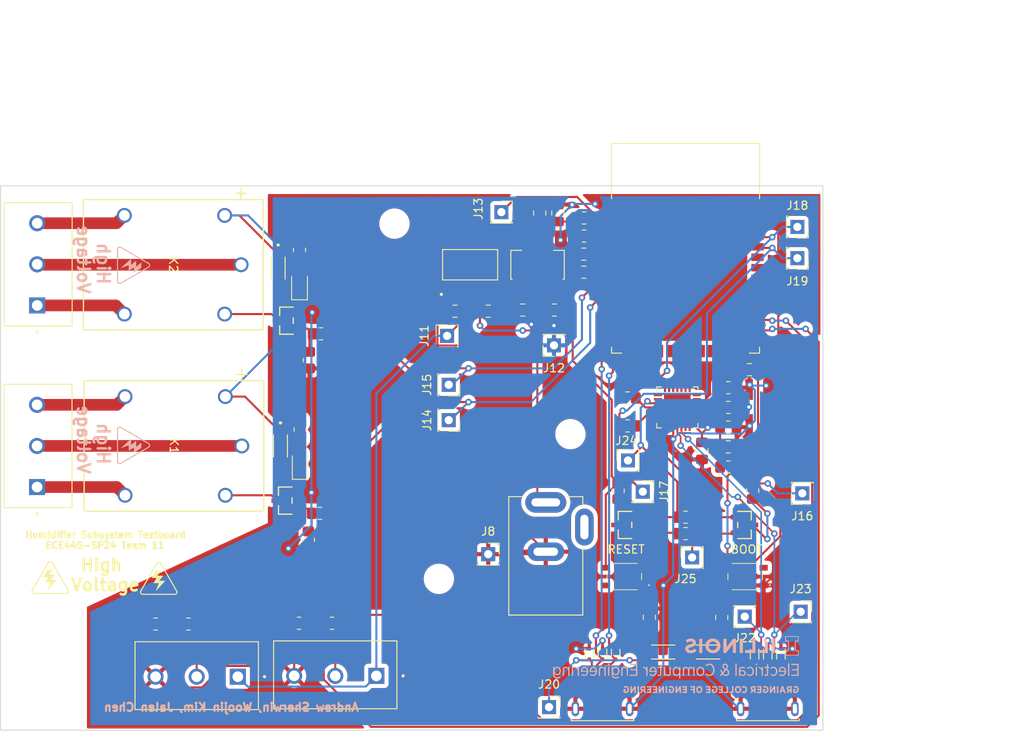
<source format=kicad_pcb>
(kicad_pcb (version 20221018) (generator pcbnew)
  (layers (0 "F.Cu" signal) (31 "B.Cu" signal) (34 "B.Paste" user) (35 "F.Paste" user) (36 "B.SilkS" user "B.Silkscreen") (37 "F.SilkS" user "F.Silkscreen") (38 "B.Mask" user) (39 "F.Mask" user) (44 "Edge.Cuts" user))
  (net 0 "")
  (net 1 "+12V")
  (net 2 "GND")
  (net 3 "+3.3V")
  (net 4 "Net-(C6-Pad1)")
  (net 5 "Net-(C7-Pad1)")
  (net 6 "Net-(U4-VBUS)")
  (net 7 "CHIP_PU")
  (net 8 "IO0")
  (net 9 "USB_DP")
  (net 10 "USB_DN")
  (net 11 "IO20")
  (net 12 "IO19")
  (net 13 "VBUS")
  (net 17 "Net-(U4-~{RST})")
  (net 18 "Net-(U4-~{SUSPEND})")
  (net 19 "Net-(U4-TXD)")
  (net 20 "U0RXD")
  (net 21 "Net-(U4-RXD)")
  (net 22 "U0TXD")
  (net 23 "DTR")
  (net 24 "Net-(U5-BASE)")
  (net 25 "RTS")
  (net 26 "Net-(U6-BASE)")
  (net 27 "Net-(U5-COLLECTOR)")
  (net 28 "Net-(U6-COLLECTOR)")
  (net 29 "ESP_3V3")
  (net 45 "+5V")
  (net 46 "Net-(D10-K)")
  (net 53 "Net-(D10-A)")
  (net 54 "Net-(D12-K)")
  (net 79 "Net-(D12-A)")
  (net 80 "Net-(J4-Pin_2)")
  (net 81 "Net-(J5-Pin_2)")
  (net 82 "Fan_B")
  (net 83 "COM_Main")
  (net 84 "Fan_A")
  (net 85 "Fan_B_DC")
  (net 86 "COM_Main_DC")
  (net 87 "Fan_A_DC")
  (net 88 "Relay_Signal_ACDC")
  (net 89 "Net-(U7-BASE)")
  (net 90 "Net-(U1-IO35)")
  (net 91 "Net-(U1-IO36)")
  (net 92 "Net-(U10-BASE)")
  (net 94 "unconnected-(U1-IO9-Pad17)")
  (net 95 "Relay_Signal_DCDC")
  (footprint "ECE445:1935174" (layer "F.Cu") (at 91.9 115.15 180)
    (fp_text reference "J4" hide)
    (fp_text value "Water Level Sensor")
  )
  (footprint "Resistor_SMD:R_0805_2012Metric_Pad1.20x1.40mm_HandSolder" (layer "F.Cu") (at 119.95 89 180)
    (fp_text reference "R7" hide)
    (fp_text value "0" hide)
  )
  (footprint "Connector_PinSocket_2.54mm:PinSocket_1x01_P2.54mm_Vertical" (layer "F.Cu") (at 140.6 68.6 -90)
    (fp_text reference "J19")
    (fp_text value "Conn_01x01" hide)
  )
  (footprint "ECE445:SOT-23_ONS" (layer "F.Cu") (at 119.6348 101.0475 90)
    (fp_text reference "U5" hide)
    (fp_text value "L8050QLT1G" hide)
  )
  (footprint "Capacitor_SMD:C_0805_2012Metric_Pad1.18x1.45mm_HandSolder" (layer "F.Cu") (at 129 92.0375 -90)
    (fp_text reference "C8" hide)
    (fp_text value "10uF" hide)
  )
  (footprint "Resistor_SMD:R_0805_2012Metric_Pad1.20x1.40mm_HandSolder" (layer "F.Cu") (at 132.2 89.15 180)
    (fp_text reference "R6" hide)
    (fp_text value "47500" hide)
  )
  (footprint "Connector_PinSocket_2.54mm:PinSocket_1x01_P2.54mm_Vertical" (layer "F.Cu") (at 127.8 105 90)
    (fp_text reference "J25")
    (fp_text value "Conn_01x01" hide)
  )
  (footprint "ECE445:SOT-23_ONS" (layer "F.Cu") (at 134.1652 101.0475 -90)
    (fp_text reference "U6" hide)
    (fp_text value "L8050QLT1G" hide)
  )
  (footprint "ECE445:1935174" (layer "F.Cu") (at 75.0475 115.25 180)
    (fp_text reference "J5" hide)
    (fp_text value "Water Level Sensor")
  )
  (footprint "ECE445:1N4148W-13-F" (layer "F.Cu") (at 77.450002 69.8 -90)
    (fp_text reference "D11" hide)
    (fp_text value "1N4148W-13-F" hide)
  )
  (footprint "ECE445:LDL1117S50R" (layer "F.Cu") (at 100.8 69.4)
    (fp_text reference "U3" hide)
    (fp_text value "LDL1117S50R" hide)
  )
  (footprint "Resistor_SMD:R_0805_2012Metric_Pad1.20x1.40mm_HandSolder" (layer "F.Cu") (at 114.665 63.71 180)
    (fp_text reference "R13" hide)
    (fp_text value "0" hide)
  )
  (footprint "ECE445:PTS815 SJG 250 SMTR LFS" (layer "F.Cu") (at 134.25 107.325 180)
    (fp_text reference "S1" hide)
    (fp_text value "PTS815_SJG_250_SMTR_LFS" hide)
  )
  (footprint "Capacitor_SMD:C_0805_2012Metric_Pad1.18x1.45mm_HandSolder" (layer "F.Cu") (at 111.04 74.91)
    (fp_text reference "C1" hide)
    (fp_text value "1uF" hide)
  )
  (footprint "Resistor_SMD:R_0805_2012Metric_Pad1.20x1.40mm_HandSolder" (layer "F.Cu") (at 81.132654 102.835001 -90)
    (fp_text reference "R1" hide)
    (fp_text value "10000" hide)
  )
  (footprint "Capacitor_SMD:C_0805_2012Metric_Pad1.18x1.45mm_HandSolder" (layer "F.Cu") (at 114.6275 68.11 180)
    (fp_text reference "C10" hide)
    (fp_text value "1uF" hide)
  )
  (footprint "Capacitor_SMD:C_0805_2012Metric_Pad1.18x1.45mm_HandSolder" (layer "F.Cu") (at 107.2025 74.91 180)
    (fp_text reference "C2" hide)
    (fp_text value "4.7uF" hide)
  )
  (footprint "ECE445:LESD5D5_0CT1G" (layer "F.Cu") (at 138.6 116.76 -90)
    (fp_text reference "D1" hide)
    (fp_text value "LESD5D5.0CT1G" hide)
  )
  (footprint "Resistor_SMD:R_0805_2012Metric_Pad1.20x1.40mm_HandSolder" (layer "F.Cu") (at 62.5475 113.1 180)
    (fp_text reference "R18" hide)
    (fp_text value "200" hide)
  )
  (footprint "ECE445:ElectricalHazard" (layer "F.Cu") (at 49.8 107.5)
    (fp_text reference "G***" hide)
    (fp_text value "LOGO" hide)
  )
  (footprint "Resistor_SMD:R_0805_2012Metric_Pad1.20x1.40mm_HandSolder" (layer "F.Cu") (at 132.2 86.75 180)
    (fp_text reference "R3" hide)
    (fp_text value "1000" hide)
  )
  (footprint "ECE445:PTS815 SJG 250 SMTR LFS" (layer "F.Cu") (at 119.55 107.325 180)
    (fp_text reference "S2" hide)
    (fp_text value "PTS815_SJG_250_SMTR_LFS" hide)
  )
  (footprint "Connector_PinSocket_2.54mm:PinSocket_1x01_P2.54mm_Vertical" (layer "F.Cu") (at 110.4 123.2)
    (fp_text reference "J20")
    (fp_text value "Conn_01x01" hide)
  )
  (footprint "ECE445:G5LE-1 DC3" (layer "F.Cu") (at 56.532653 91.435 -90)
    (fp_text reference "K1")
    (fp_text value "G5LE-14 DC3")
  )
  (footprint "ECE445:ESP32-S3-WROOM-1-N8-SnapEDA" (layer "F.Cu") (at 127 67.4)
    (fp_text reference "U1" hide)
    (fp_text value "ESP32-S3-WROOM-1-N8" hide)
  )
  (footprint "Resistor_SMD:R_0805_2012Metric_Pad1.20x1.40mm_HandSolder" (layer "F.Cu") (at 127 100.1)
    (fp_text reference "R10" hide)
    (fp_text value "10000" hide)
  )
  (footprint "Capacitor_SMD:C_0805_2012Metric_Pad1.18x1.45mm_HandSolder" (layer "F.Cu") (at 109.265 63.11 90)
    (fp_text reference "C4" hide)
    (fp_text value "10uF" hide)
  )
  (footprint "Diode_SMD:D_0805_2012Metric_Pad1.15x1.40mm_HandSolder" (layer "F.Cu") (at 80.132654 93.635001 90)
    (fp_text reference "D10" hide)
    (fp_text value "LED" hide)
  )
  (footprint "ECE445:PJ-202AH" (layer "F.Cu") (at 110 104.8 -90)
    (fp_text reference "J1" hide)
    (fp_text value "PJ-202AH" hide)
  )
  (footprint "Resistor_SMD:R_0805_2012Metric_Pad1.20x1.40mm_HandSolder" (layer "F.Cu") (at 118.8 96.895 90)
    (fp_text reference "R11" hide)
    (fp_text value "0" hide)
  )
  (footprint "ECE445:LESD5D5_0CT1G" (layer "F.Cu") (at 118.5 116.76 -90)
    (fp_text reference "D3" hide)
    (fp_text value "LESD5D5.0CT1G" hide)
  )
  (footprint "Connector_PinSocket_2.54mm:PinSocket_1x01_P2.54mm_Vertical" (layer "F.Cu") (at 141.2 97.2 180)
    (fp_text reference "J16")
    (fp_text value "Conn_01x01" hide)
  )
  (footprint "ECE445:10118193-0001LF" (layer "F.Cu") (at 137 123.4)
    (fp_text reference "J2" hide)
    (fp_text value "10118193-0001LF" hide)
  )
  (footprint "ECE445:LDL1117S33R-SnapEDA" (layer "F.Cu") (at 109 69.4 90)
    (fp_text reference "U2" hide)
    (fp_text value "LDL1117S33R-SnapEDA" hide)
  )
  (footprint "ECE445:ElectricalHazard" (layer "F.Cu") (at 63 107.6)
    (fp_text reference "G***" hide)
    (fp_text value "LOGO" hide)
  )
  (footprint "ECE445:LESD5D5_0CT1G" (layer "F.Cu") (at 116.9 116.74 -90)
    (fp_text reference "D4" hide)
    (fp_text value "LESD5D5.0CT1G" hide)
  )
  (footprint "Capacitor_SMD:C_0805_2012Metric_Pad1.18x1.45mm_HandSolder" (layer "F.Cu") (at 114.6275 70.31 180)
    (fp_text reference "C12" hide)
    (fp_text value "0.1uF" hide)
  )
  (footprint "Resistor_SMD:R_0805_2012Metric_Pad1.20x1.40mm_HandSolder" (layer "F.Cu") (at 127 102.1 180)
    (fp_text reference "R9" hide)
    (fp_text value "10000" hide)
  )
  (footprint "Capacitor_SMD:C_0805_2012Metric_Pad1.18x1.45mm_HandSolder" (layer "F.Cu") (at 111.465 63.11 90)
    (fp_text reference "C5" hide)
    (fp_text value "0.1uF" hide)
  )
  (footprint "Resistor_SMD:R_0805_2012Metric_Pad1.20x1.40mm_HandSolder" (layer "F.Cu") (at 80.132654 89.435001 90)
    (fp_text reference "R19" hide)
    (fp_text value "1000" hide)
  )
  (footprint "ECE445:1N4148W-13-F" (layer "F.Cu") (at 77.732654 91.435001 -90)
    (fp_text reference "D9" hide)
    (fp_text value "1N4148W-13-F" hide)
  )
  (footprint "Resistor_SMD:R_0805_2012Metric_Pad1.20x1.40mm_HandSolder" (layer "F.Cu") (at 132.2 94 180)
    (fp_text reference "R5" hide)
    (fp_text value "22100" hide)
  )
  (footprint "Connector_PinSocket_2.54mm:PinSocket_1x01_P2.54mm_Vertical" (layer "F.Cu") (at 98.2 88.3 -90)
    (fp_text reference "J14")
    (fp_text value "Conn_01x01" hide)
  )
  (footprint "Resistor_SMD:R_0805_2012Metric_Pad1.20x1.40mm_HandSolder" (layer "F.Cu") (at 80 113 180)
    (fp_text reference "R17" hide)
    (fp_text value "200" hide)
  )
  (footprint "Resistor_SMD:R_0805_2012Metric_Pad1.20x1.40mm_HandSolder" (layer "F.Cu") (at 66.5475 113.1)
    (fp_text reference "R16" hide)
    (fp_text value "100" hide)
  )
  (footprint "Connector_PinSocket_2.54mm:PinSocket_1x01_P2.54mm_Vertical" (layer "F.Cu") (at 103 104.6)
    (fp_text reference "J8")
    (fp_text value "GND Test Probe" hide)
  )
  (footprint "Capacitor_SMD:C_0805_2012Metric_Pad1.18x1.45mm_HandSolder" (layer "F.Cu") (at 103 75.05)
    (fp_text reference "C3" hide)
    (fp_text value "1uF" hide)
  )
  (footprint "Capacitor_SMD:C_0805_2012Metric_Pad1.18x1.45mm_HandSolder" (layer "F.Cu") (at 98.9625 75.05 180)
    (fp_text reference "C13" hide)
    (fp_text value "4.7uF" hide)
  )
  (footprint "Connector_PinSocket_2.54mm:PinSocket_1x01_P2.54mm_Vertical" (layer "F.Cu") (at 134.2 112.2 180)
    (fp_text reference "J22")
    (fp_text value "Conn_01x01" hide)
  )
  (footprint "MountingHole:MountingHole_3.2mm_M3" (layer "F.Cu") (at 97 107.6)
    (fp_text reference "H4" hide)
    (fp_text value "MountingHole" hide)
  )
  (footprint "ECE445:CP2102N-A02-GQFN28" (layer "F.Cu") (at 126 86.75 90)
    (fp_text reference "U4" hide)
    (fp_text value "CP2102N-A02-GQFN28" hide)
  )
  (footprint "ECE445:10118193-0001LF" (layer "F.Cu") (at 116.9 123.4)
    (fp_text reference "J3" hide)
    (fp_text value "10118193-0001LF" hide)
  )
  (footprint "ECE445:MMBT2222LT1G" (layer "F.Cu") (at 78.466002 76.2 90)
    (fp_text reference "U10" hide)
    (fp_text value "MMBT2222LT1G" hide)
  )
  (footprint "Connector_PinSocket_2.54mm:PinSocket_1x01_P2.54mm_Vertical" (layer "F.Cu") (at 121.8 97)
    (fp_text reference "J17")
    (fp_text value "Conn_01x01" hide)
  )
  (footprint "ECE445:LESD5D5_0CT1G" (layer "F.Cu") (at 135.4 116.76 -90)
    (fp_text reference "D7" hide)
    (fp_text value "LESD5D5.0CT1G" hide)
  )
  (footprint "Connector_PinSocket_2.54mm:PinSocket_1x01_P2.54mm_Vertical" (layer "F.Cu") (at 98 78.05 90)
    (fp_text reference "J11")
    (fp_text value "Conn_01x01" hide)
  )
  (footprint "ECE445:MMBT2222LT1G" (layer "F.Cu") (at 78.316654 98.082501 90)
    (fp_text reference "U7" hide)
    (fp_text value "MMBT2222LT1G" hide)
  )
  (footprint "Diode_SMD:D_0805_2012Metric_Pad1.15x1.40mm_HandSolder" (layer "F.Cu") (at 80.050002 71.8 90)
    (fp_text reference "D12" hide)
    (fp_text value "LED" hide)
  )
  (footprint "ECE445:LESD5D5_0CT1G" (layer "F.Cu") (at 137 116.76 -90)
    (fp_text reference "D2" hide)
    (fp_text value "LESD5D5.0CT1G" hide)
  )
  (footprint "Resistor_SMD:R_0805_2012Metric_Pad1.20x1.40mm_HandSolder" (layer "F.Cu") (at 82.650002 77.8 180)
    (fp_text reference "R22" hide)
    (fp_text value "1000" hide)
  )
  (footprint "Resistor_SMD:R_0805_2012Metric_Pad1.20x1.40mm_HandSolder" (layer "F.Cu") (at 135.1652 96.876 90)
    (fp_text reference "R12" hide)
    (fp_text value "0" hide)
  )
  (footprint "Connector_PinSocket_2.54mm:PinSocket_1x01_P2.54mm_Vertical" (layer "F.Cu") (at 120 93.2 90)
    (fp_text reference "J24")
    (fp_text value "Conn_01x01" hide)
  )
  (footprint "ECE445:1N5819HW-7-F" (layer "F.Cu") (at 129.72 116.5 180)
    (fp_text reference "D6" hide)
    (fp_text value "1N5819HW-7-F" hide)
  )
  (footprint "Resistor_SMD:R_0805_2012Metric_Pad1.20x1.40mm_HandSolder" (layer "F.Cu") (at 84 113)
    (fp_text reference "R15" hide)
    (fp_text value "100" hide)
  )
  (footprint "Resistor_SMD:R_0805_2012Metric_Pad1.20x1.40mm_HandSolder" (layer "F.Cu") (at 80.050002 67.6 90)
    (fp_text reference "R24" hide)
    (fp_text value "1000" hide)
  )
  (footprint "Capacitor_SMD:C_0805_2012Metric_Pad1.18x1.45mm_HandSolder" (layer "F.Cu") (at 132.2 91.55)
    (fp_text reference "C9" hide)
    (fp_text value "1uF" hide)
  )
  (footprint "Resistor_SMD:R_0805_2012Metric_Pad1.20x1.40mm_HandSolder" (layer "F.Cu") (at 119.95 85.6 180)
    (fp_text reference "R8" hide)
    (fp_text value "0" hide)
  )
  (footprint "Resistor_SMD:R_0805_2012Metric_Pad1.20x1.40mm_HandSolder" (layer "F.Cu") (at 81.250002 81 -90)
    (fp_text reference "R23" hide)
    (fp_text value "10000" hide)
  )
  (footprint "ECE445:1935174" (layer "F.Cu") (at 52.382654 98.935001 90)
    (fp_text reference "J6" hide)
    (fp_text value "1935174" hide)
  )
  (footprint "ECE445:LESD5D5_0CT1G" (layer "F.Cu") (at 115.3 116.74 -90)
    (fp_text reference "D8" hide)
    (fp_text value "LESD5D5.0CT1G" hide)
  )
  (footprint "Connector_PinSocket_2.54mm:PinSocket_1x01_P2.54mm_Vertical" (layer "F.Cu") (at 104.6 63)
    (fp_text reference "J13")
    (fp_text value "Conn_01x01" hide)
  )
  (footprint "ECE445:1935174" (layer "F.Cu") (at 52.400002 76.8475 90)
    (fp_text reference "J7" hide)
    (fp_text value "1935174" hide)
  )
  (footprint "Capacitor_SMD:C_0805_2012Metric_Pad1.18x1.45mm_HandSolder" (layer "F.Cu") (at 122.6 112.2625 90)
    (fp_text reference "C7" hide)
    (fp_text value "10uF" hide)
  )
  (footprint "ECE445:1N5819HW-7-F" (layer "F.Cu") (at 124.28 116.5)
    (fp_text reference "D5" hide)
    (fp_text value "1N5819HW-7-F" hide)
  )
  (footprint "ECE445:G5LE-1 DC3" (layer "F.Cu") (at 56.450002 69.4 -90)
    (fp_text reference "K2")
    (fp_text value "G5LE-14 DC3")
  )
  (footprint "Resistor_SMD:R_0805_2012Metric_Pad1.20x1.40mm_HandSolder" (layer "F.Cu") (at 82.532654 99.635001 180)
    (fp_text reference "R2" hide)
    (fp_text value "1000" hide)
  )
  (footprint "Capacitor_SMD:C_0805_2012Metric_Pad1.18x1.45mm_HandSolder" (layer "F.Cu") (at 134.7775 82.16 180)
    (fp_text reference "C11" hide)
    (fp_text value "0.1uF" hide)
  )
  (footprint "Connector_PinSocket_2.54mm:PinSocket_1x01_P2.54mm_Vertical" (layer "F.Cu") (at 140.6 64.8 -90)
    (fp_text reference "J18")
    (fp_text value "Conn_01x01" hide)
  )
  (footprint "MountingHole:MountingHole_3.2mm_M3" (layer "F.Cu") (at 49.2 117)
    (fp_text reference "H2" hide)
    (fp_text value "MountingHole" hide)
  )
  (footprint "MountingHole:MountingHole_3.2mm_M3" (layer "F.Cu") (at 91.6 64.4)
    (fp_text reference "H1" hide)
    (fp_text value "MountingHole" hide)
  )
  (footprint "Connector_PinSocket_2.54mm:PinSocket_1x01_P2.54mm_Vertical" (layer "F.Cu") (at 98.2 84 -90)
    (fp_text reference "J15")
    (fp_text value "Conn_01x01" hide)
  )
  (footprint "Connector_PinSocket_2.54mm:PinSocket_1x01_P2.54mm_Vertical" (layer "F.Cu") (at 141 111.6)
    (fp_text reference "J23")
    (fp_text value "Conn_01x01" hide)
  )
  (footprint "Connector_PinSocket_2.54mm:PinSocket_1x01_P2.54mm_Vertical" (layer "F.Cu") (at 111 79.2 180)
    (fp_text reference "J12")
    (fp_text value "Conn_01x01" hide)
  )
  (footprint "MountingHole:MountingHole_3.2mm_M3" (layer "F.Cu") (at 113 90)
    (fp_text reference "H3" hide)
    (fp_text value "MountingHole" hide)
  )
  (footprint "Resistor_SMD:R_0805_2012Metric_Pad1.20x1.40mm_HandSolder" (layer "F.Cu") (at 132.2 84.35 180)
    (fp_text reference "R4" hide)
    (fp_text value "10000" hide)
  )
  (footprint "Resistor_SMD:R_0805_2012Metric_Pad1.20x1.40mm_HandSolder" (layer "F.Cu") (at 114.665 65.91)
    (fp_text reference "R14" hide)
    (fp_text value "10000" hide)
  )
  (footprint "Capacitor_SMD:C_0805_2012Metric_Pad1.18x1.45mm_HandSolder" (layer "F.Cu") (at 131.4 112.3 90)
    (fp_text reference "C6" hide)
    (fp_text value "10uF" hide)
  )
  (footprint "ECE445:ElectricalHazard" (layer "B.Cu") (at 59.8 69.4 90)
    (fp_text reference "G***" hide)
    (fp_text value "LOGO" hide)
  )
  (footprint "ECE445:IllinoisECENegative31mm" (layer "B.Cu") (at 125.8 118 180)
    (fp_text reference "" hide)
    (fp_text value "LOGO" hide)
  )
  (footprint "ECE445:ElectricalHazard" (layer "B.Cu") (at 59.8 91.3 90)
    (fp_text reference "G***" hide)
    (fp_text value "LOGO" hide)
  )
  (gr_rect (start 43.7 59.8) (end 143.7 126) (stroke (width 0.1)) (fill none) (layer "Edge.Cuts"))
  (gr_text "Andrew Sherwin, Woojin Kim, Jalen Chen" (at 87.4 123.8) (layer "B.SilkS") (effects (font (size 1 1) (thickness 0.25) bold) (justify left bottom mirror)))
  (gr_text " High\nVoltage" (at 52.9 95 -90) (layer "B.SilkS") (effects (font (size 1.5 1.5) (thickness 0.3) bold) (justify left bottom mirror)))
  (gr_text " High\nVoltage" (at 52.9 73.1 -90) (layer "B.SilkS") (effects (font (size 1.5 1.5) (thickness 0.3) bold) (justify left bottom mirror)))
  (gr_text " High\nVoltage" (at 52.1 109.2) (layer "F.SilkS") (effects (font (size 1.5 1.5) (thickness 0.3) bold) (justify left bottom)))
  (gr_text "Humidifier Subsystem Testboard\n    ECE445-SP24 Team 11" (at 46.6 104) (layer "F.SilkS") (effects (font (size 0.8 0.8) (thickness 0.2) bold) (justify left bottom)))
  (gr_text "BOOT" (at 132.4 104.6) (layer "F.SilkS") (effects (font (size 1 1)) (justify left bottom)))
  (gr_text "RESET" (at 117.4 104.6) (layer "F.SilkS") (effects (font (size 1 1)) (justify left bottom)))
  (segment (start 111.365 73.5475) (end 110.0025 74.91) (width 0.25) (layer "F.Cu") (net 1))
  (segment (start 111.365 72.54) (end 111.365 73.5475) (width 0.25) (layer "F.Cu") (net 1))
  (segment (start 102 75.0875) (end 101.9625 75.05) (width 0.25) (layer "F.Cu") (net 1))
  (segment (start 108.975 77.4) (end 107.2 77.4) (width 0.25) (layer "F.Cu") (net 1))
  (segment (start 101.9625 73.6875) (end 103.1 72.55) (width 0.25) (layer "F.Cu") (net 1))
  (segment (start 102 76.8) (end 102 75.0875) (width 0.25) (layer "F.Cu") (net 1))
  (segment (start 108.975 77.4) (end 108.975 97.275) (width 0.25) (layer "F.Cu") (net 1))
  (segment (start 110.0025 74.91) (end 108.975 75.9375) (width 0.25) (layer "F.Cu") (net 1))
  (segment (start 101.9625 75.05) (end 101.9625 73.6875) (width 0.25) (layer "F.Cu") (net 1))
  (segment (start 108.975 75.9375) (end 108.975 77.4) (width 0.25) (layer "F.Cu") (net 1))
  (segment (start 108.975 97.275) (end 110 98.3) (width 0.25) (layer "F.Cu") (net 1))
  (via (at 107.2 77.4) (size 0.8) (drill 0.4) (layers "F.Cu" "B.Cu") (net 1))
  (via (at 102 76.8) (size 0.8) (drill 0.4) (layers "F.Cu" "B.Cu") (net 1))
  (segment (start 107.2 77.4) (end 102.6 77.4) (width 0.25) (layer "B.Cu") (net 1))
  (segment (start 102.6 77.4) (end 102 76.8) (width 0.25) (layer "B.Cu") (net 1))
  (segment (start 138.275 82.625) (end 136.8 84.1) (width 0.25) (layer "F.Cu") (net 2))
  (segment (start 138.975 105.925) (end 138.975 86.275) (width 0.25) (layer "F.Cu") (net 2))
  (segment (start 120.1 121.4) (end 118.1 123.4) (width 0.25) (layer "F.Cu") (net 2))
  (segment (start 125.415 70.06) (end 126.815 71.46) (width 0.25) (layer "F.Cu") (net 2))
  (segment (start 125.897537 71.885) (end 126.332463 71.885) (width 0.25) (layer "F.Cu") (net 2))
  (segment (start 113.59 70.31) (end 112.8 71.1) (width 0.25) (layer "F.Cu") (net 2))
  (segment (start 125.5 91.525305) (end 125.5 90.6) (width 0.25) (layer "F.Cu") (net 2))
  (segment (start 103 104.6) (end 109.7 104.6) (width 0.25) (layer "F.Cu") (net 2))
  (segment (start 109.7 104.6) (end 110 104.3) (width 0.25) (layer "F.Cu") (net 2))
  (segment (start 109.265 62.0725) (end 111.465 62.0725) (width 0.25) (layer "F.Cu") (net 2))
  (segment (start 106.765 64.5725) (end 106.765 72.54) (width 0.25) (layer "F.Cu") (net 2))
  (segment (start 113.7 119.25) (end 113.7 120.95) (width 0.25) (layer "F.Cu") (net 2))
  (segment (start 123.49 69.477463) (end 123.972537 69.96) (width 0.25) (layer "F.Cu") (net 2))
  (segment (start 118.1 123.4) (end 120.2 123.4) (width 0.25) (layer "F.Cu") (net 2))
  (segment (start 70.8 118.2) (end 68.2 120.8) (width 0.25) (layer "F.Cu") (net 2))
  (segment (start 113.7 120.95) (end 113.7 123.3) (width 0.25) (layer "F.Cu") (net 2))
  (segment (start 134.8 83.22) (end 133.74 82.16) (width 0.25) (layer "F.Cu") (net 2))
  (segment (start 125.415 71.46) (end 125.415 70.06) (width 0.25) (layer "F.Cu") (net 2))
  (segment (start 97.925 73.125) (end 98.5 72.55) (width 0.25) (layer "F.Cu") (net 2))
  (segment (start 126.297463 68) (end 126.815 68.517537) (width 0.25) (layer "F.Cu") (net 2))
  (segment (start 124.015 67.09) (end 124.015 68.56) (width 0.25) (layer "F.Cu") (net 2))
  (segment (start 127.34 70.442537) (end 126.857463 69.96) (width 0.25) (layer "F.Cu") (net 2))
  (segment (start 112.8 71.1) (end 112.8 74.1875) (width 0.25) (layer "F.Cu") (net 2))
  (segment (start 124.015 70.06) (end 125.415 70.06) (width 0.25) (layer "F.Cu") (net 2))
  (segment (start 97.925 75.05) (end 97.925 73.125) (width 0.25) (layer "F.Cu") (net 2))
  (segment (start 133.7 123.4) (end 135.8 123.4) (width 0.25) (layer "F.Cu") (net 2))
  (segment (start 129 93.075) (end 127.049695 93.075) (width 0.25) (layer "F.Cu") (net 2))
  (segment (start 116 62) (end 118.11 62) (width 0.25) (layer "F.Cu") (net 2))
  (segment (start 124.015 68.56) (end 124.015 68.517537) (width 0.25) (layer "F.Cu") (net 2))
  (segment (start 125.415 71.36) (end 125.415 71.402463) (width 0.25) (layer "F.Cu") (net 2))
  (segment (start 119.165 62.24) (end 124.015 67.09) (width 0.25) (layer "F.Cu") (net 2))
  (segment (start 61.5475 118.5) (end 62.5475 119.5) (width 0.25) (layer "F.Cu") (net 2))
  (segment (start 140.2 121.4) (end 138.2 123.4) (width 0.25) (layer "F.Cu") (net 2))
  (segment (start 140 114.8) (end 140 116.1) (width 0.25) (layer "F.Cu") (net 2))
  (segment (start 124.015 68.56) (end 123.972537 68.56) (width 0.25) (layer "F.Cu") (net 2))
  (segment (start 81.5525 75.2475) (end 81.6 75.2) (width 0.25) (layer "F.Cu") (net 2))
  (segment (start 138.975 86.275) (end 136.8 84.1) (width 0.25) (layer "F.Cu") (net 2))
  (segment (start 104.1775 74.91) (end 104.0375 75.05) (width 0.25) (layer "F.Cu") (net 2))
  (segment (start 118.2 120.725) (end 119.875 120.725) (width 0.25) (layer "F.Cu") (net 2))
  (segment (start 113.7 116.1) (end 115.28 116.1) (width 0.25) (layer "F.Cu") (net 2))
  (segment (start 126.332463 71.885) (end 126.815 71.402463) (width 0.25) (layer "F.Cu") (net 2))
  (segment (start 133.8 120.95) (end 133.8 121.4) (width 0.25) (layer "F.Cu") (net 2))
  (segment (start 125.5 87.25) (end 126 86.75) (width 0.25) (layer "F.Cu") (net 2))
  (segment (start 125.415 68.517537) (end 125.932537 68) (width 0.25) (layer "F.Cu") (net 2))
  (segment (start 113.59 70.31) (end 113.59 68.11) (width 0.25) (layer "F.Cu") (net 2))
  (segment (start 123.49 70.442537) (end 123.49 70.877463) (width 0.25) (layer "F.Cu") (net 2))
  (segment (start 134.65 89.15) (end 134.8 89) (width 0.25) (layer "F.Cu") (net 2))
  (segment (start 125.415 68.66) (end 125.415 70.06) (width 0.25) (layer "F.Cu") (net 2))
  (segment (start 124.015 71.36) (end 124.015 71.402463) (width 0.25) (layer "F.Cu") (net 2))
  (segment (start 127.049695 93.075) (end 125.5 91.525305) (width 0.25) (layer "F.Cu") (net 2))
  (segment (start 78.2 118.2) (end 70.8 118.2) (width 0.25) (layer "F.Cu") (net 2))
  (segment (start 126.815 70.06) (end 125.415 70.06) (width 0.25) (layer "F.Cu") (net 2))
  (segment (start 124.015 69.96) (end 123.972537 69.96) (width 0.25) (layer "F.Cu") (net 2))
  (segment (start 138.3 120.725) (end 139.975 120.725) (width 0.25) (layer "F.Cu") (net 2))
  (segment (start 110 115.55) (end 113.7 119.25) (width 0.25) (layer "F.Cu") (net 2))
  (segment (start 133.74 83.81) (end 133.2 84.35) (width 0.25) (layer "F.Cu") (net 2))
  (segment (start 96.825 79.225) (end 96.825 76.15) (width 0.25) (layer "F.Cu") (net 2))
  (segment (start 124.497537 71.885) (end 124.932463 71.885) (width 0.25) (layer "F.Cu") (net 2))
  (segment (start 125.415 71.402463) (end 125.897537 71.885) (width 0.25) (layer "F.Cu") (net 2))
  (segment (start 111.4925 62.1) (end 111.465 62.0725) (width 0.25) (layer "F.Cu") (net 2))
  (segment (start 125.415 70.06) (end 124.015 68.66) (width 0.25) (layer "F.Cu") (net 2))
  (segment (start 133.2375 90.5625) (end 134.8 89) (width 0.25) (layer "F.Cu") (net 2))
  (segment (start 126.815 69.96) (end 126.857463 69.96) (width 0.25) (layer "F.Cu") (net 2))
  (segment (start 124.015 71.402463) (end 124.497537 71.885) (width 0.25) (layer "F.Cu") (net 2))
  (segment (start 96.825 76.15) (end 97.925 75.05) (width 0.25) (layer "F.Cu") (net 2))
  (segment (start 100.600305 79.225) (end 96.825 79.225) (width 0.25) (layer "F.Cu") (net 2))
  (segment (start 123.972537 69.96) (end 123.49 70.442537) (width 0.25) (layer "F.Cu") (net 2))
  (segment (start 115.7 123.4) (end 118.1 123.4) (width 0.25) (layer "F.Cu") (net 2))
  (segment (start 135.665 62.34) (end 136.665 62.34) (width 0.25) (layer "F.Cu") (net 2))
  (segment (start 124.3 108.4) (end 121.8 108.4) (width 0.25) (layer "F.Cu") (net 2))
  (segment (start 106.165 74.91) (end 104.1775 74.91) (width 0.25) (layer "F.Cu") (net 2))
  (segment (start 133.8 121.4) (end 135.8 123.4) (width 0.25) (layer "F.Cu") (net 2))
  (segment (start 106.165 100.465) (end 110 104.3) (width 0.25) (layer "F.Cu") (net 2))
  (segment (start 119.875 120.725) (end 120.1 120.95) (width 0.25) (layer "F.Cu") (net 2))
  (segment (start 112.2375 76.6375) (end 112.2 76.6) (width 0.25) (layer "F.Cu") (net 2))
  (segment (start 79.332654 97.130001) (end 81.469999 97.130001) (width 0.25) (layer "F.Cu") (net 2))
  (segment (start 104.0375 75.05) (end 104.0375 75.787805) (width 0.25) (layer "F.Cu") (net 2))
  (segment (start 139.975 120.725) (end 140.2 120.95) (width 0.25) (layer "F.Cu") (net 2))
  (segment (start 118.165 62.24) (end 119.165 62.24) (width 0.25) (layer "F.Cu") (net 2))
  (segment (start 106.165 74.91) (end 106.165 100.465) (width 0.25) (layer "F.Cu") (net 2))
  (segment (start 136.665 62.34) (end 138.275 63.95) (width 0.25) (layer "F.Cu") (net 2))
  (segment (start 125.5 89.11) (end 125.5 87.25) (width 0.25) (layer "F.Cu") (net 2))
  (segment (start 140.2 116.3) (end 140.2 120.95) (width 0.25) (layer "F.Cu") (net 2))
  (segment (start 127.34 69.477463) (end 127.34 69.042537) (width 0.25) (layer "F.Cu") (net 2))
  (segment (start 123.972537 68.56) (end 123.49 69.042537) (width 0.25) (layer "F.Cu") (net 2))
  (segment (start 104.0375 75.787805) (end 100.600305 79.225) (width 0.25) (layer "F.Cu") (net 2))
  (segment (start 113.6 123.4) (end 115.7 123.4) (width 0.25) (layer "F.Cu") (net 2))
  (segment (start 112.8 74.1875) (end 112.0775 74.91) (width 0.25) (layer "F.Cu") (net 2))
  (segment (start 135.8 123.4) (end 138.2 123.4) (width 0.25) (layer "F.Cu") (net 2))
  (segment (start 79.4 119.4) (end 78.2 118.2) (width 0.25) (layer "F.Cu") (net 2))
  (segment (start 133.135 62.34) (end 126.815 68.66) (width 0.25) (layer "F.Cu") (net 2))
  (segment (start 138.2 123.4) (end 140.3 123.4) (width 0.25) (layer "F.Cu") (net 2))
  (segment (start 135.665 62.34) (end 133.135 62.34) (width 0.25) (layer "F.Cu") (net 2))
  (segment (start 79.4 119.4) (end 79.4 113.4) (width 0.25) (layer "F.Cu") (net 2))
  (segment (start 124.932463 71.885) (end 125.415 71.402463) (width 0.25) (layer "F.Cu") (net 2))
  (segment (start 138.6 116.1) (end 140 116.1) (width 0.25) (layer "F.Cu") (net 2))
  (segment (start 127.34 69.042537) (end 126.857463 68.56) (width 0.25) (layer "F.Cu") (net 2))
  (segment (start 109.265 62.0725) (end 106.765 64.5725) (width 0.25) (layer "F.Cu") (net 2))
  (segment (start 79.4 113.4) (end 79 113) (width 0.25) (layer "F.Cu") (net 2))
  (segment (start 118.11 62) (end 118.25 62.14) (width 0.25) (layer "F.Cu") (net 2))
  (segment (start 127.34 70.877463) (end 127.34 70.442537) (width 0.25) (layer "F.Cu") (net 2))
  (segment (start 78.764999 103.835001) (end 78.7 103.9) (width 0.25) (layer "F.Cu") (net 2))
  (segment (start 120.1 120.95) (end 120.1 123.3) (width 0.25) (layer "F.Cu") (net 2))
  (segment (start 68.2 120.8) (end 63.8475 120.8) (width 0.25) (layer "F.Cu") (net 2))
  (segment (start 63.8475 120.8) (end 62.5475 119.5) (width 0.25) (layer "F.Cu") (net 2))
  (segment (start 133.2 89.15) (end 134.65 89.15) (width 0.25) (layer "F.Cu") (net 2))
  (segment (start 123.49 69.042537) (end 123.49 69.477463) (width 0.25) (layer "F.Cu") (net 2))
  (segment (start 122.6 109.2) (end 121.8 108.4) (width 0.25) (layer "F.Cu") (net 2))
  (segment (start 126.857463 71.36) (end 127.34 70.877463) (width 0.25) (layer "F.Cu") (net 2))
  (segment (start 123.49 70.877463) (end 123.972537 71.36) (width 0.25) (layer "F.Cu") (net 2))
  (segment (start 138.975 113.775) (end 140 114.8) (width 0.25) (layer "F.Cu") (net 2))
  (segment (start 120.1 120.95) (end 120.1 121.4) (width 0.25) (layer "F.Cu") (net 2))
  (segment (start 126.815 71.402463) (end 126.815 71.36) (width 0.25) (layer "F.Cu") (net 2))
  (segment (start 113.59 68.11) (end 113.51 68.11) (width 0.25) (layer "F.Cu") (net 2))
  (segment (start 124.015 71.46) (end 125.415 70.06) (width 0.25) (layer "F.Cu") (net 2))
  (segment (start 133.8 120.95) (end 133.8 123.3) (width 0.25) (layer "F.Cu") (net 2))
  (segment (start 133.2375 91.55) (end 133.2375 90.5625) (width 0.25) (layer "F.Cu") (net 2))
  (segment (start 134.8 84) (end 134.8 83.22) (width 0.25) (layer "F.Cu") (net 2))
  (segment (start 110 104.3) (end 110 115.55) (width 0.25) (layer "F.Cu") (net 2))
  (segment (start 136.5 108.4) (end 134.2625 108.4) (width 0.25) (layer "F.Cu") (net 2))
  (segment (start 124.932463 68.035) (end 125.415 68.517537) (width 0.25) (layer "F.Cu") (net 2))
  (segment (start 136.5 108.4) (end 138.975 105.925) (width 0.25) (layer "F.Cu") (net 2))
  (segment (start 126.857463 69.96) (end 127.34 69.477463) (width 0.25) (layer "F.Cu") (net 2))
  (segment (start 79.482002 75.2475) (end 81.5525 75.2475) (width 0.25) (layer "F.Cu") (net 2))
  (segment (start 106.165 74.91) (end 106.165 73.14) (width 0.25) (layer "F.Cu") (net 2))
  (segment (start 125.415 68.56) (end 125.415 68.517537) (width 0.25) (layer "F.Cu") (net 2))
  (segment (start 125.5 90.6) (end 125.5 89.11) (width 0.25) (layer "F.Cu") (net 2))
  (segment (start 126.815 68.517537) (end 126.815 68.56) (width 0.25) (layer "F.Cu") (net 2))
  (segment (start 126.857463 68.56) (end 126.815 68.56) (width 0.25) (layer "F.Cu") (net 2))
  (segment (start 125.932537 68) (end 126.297463 68) (width 0.25) (layer "F.Cu") (net 2))
  (segment (start 138.275 63.95) (end 138.275 82.625) (width 0.25) (layer "F.Cu") (net 2))
  (segment (start 81.132654 103.835001) (end 78.764999 103.835001) (width 0.25) (layer "F.Cu") (net 2))
  (segment (start 61.5475 113.1) (end 61.5475 118.5) (width 0.25) (layer "F.Cu") (net 2))
  (segment (start 113.7 121.4) (end 115.7 123.4) (width 0.25) (layer "F.Cu") (net 2))
  (segment (start 140.2 120.95) (end 140.2 121.4) (width 0.25) (layer "F.Cu") (net 2))
  (segment (start 124.497537 68.035) (end 124.932463 68.035) (width 0.25) (layer "F.Cu") (net 2))
  (segment (start 134.2625 108.4) (end 131.4 111.2625) (width 0.25) (layer "F.Cu") (net 2))
  (segment (start 140 116.1) (end 140.2 116.3) (width 0.25) (layer "F.Cu") (net 2))
  (segment (start 124.015 68.517537) (end 124.497537 68.035) (width 0.25) (layer "F.Cu") (net 2))
  (segment (start 113.7 120.95) (end 113.7 121.4) (width 0.25) (layer "F.Cu") (net 2))
  (segment (start 126.815 68.66) (end 125.415 70.06) (width 0.25) (layer "F.Cu") (net 2))
  (segment (start 140.2 120.95) (end 140.2 123.3) (width 0.25) (layer "F.Cu") (net 2))
  (segment (start 123.972537 71.36) (end 124.015 71.36) (width 0.25) (layer "F.Cu") (net 2))
  (segment (start 81.469999 97.130001) (end 81.5 97.1) (width 0.25) (layer "F.Cu") (net 2))
  (segment (start 122.6 111.225) (end 122.6 109.2) (width 0.25) (layer "F.Cu") (net 2))
  (segment (start 126.815 71.36) (end 126.857463 71.36) (width 0.25) (layer "F.Cu") (net 2))
  (segment (start 133.74 82.16) (end 133.74 83.81) (width 0.25) (layer "F.Cu") (net 2))
  (segment (start 106.165 73.14) (end 106.765 72.54) (width 0.25) (layer "F.Cu") (net 2))
  (segment (start 138.975 105.925) (end 138.975 113.775) (width 0.25) (layer "F.Cu") (net 2))
  (segment (start 113.51 68.11) (end 111.8 66.4) (width 0.25) (layer "F.Cu") (net 2))
  (segment (start 113.2 62.1) (end 111.4925 62.1) (width 0.25) (layer "F.Cu") (net 2))
  (via (at 134.8 89) (size 0.8) (drill 0.4) (layers "F.Cu" "B.Cu") (net 2))
  (via (at 81.6 75.2) (size 0.8) (drill 0.4) (layers "F.Cu" "B.Cu") (net 2))
  (via (at 140 116.1) (size 0.8) (drill 0.4) (layers "F.Cu" "B.Cu") (net 2))
  (via (at 113.7 116.1) (size 0.8) (drill 0.4) (layers "F.Cu" "B.Cu") (net 2))
  (via (at 81.5 97.1) (size 0.8) (drill 0.4) (layers "F.Cu" "B.Cu") (net 2))
  (via (at 78.7 103.9) (size 0.8) (drill 0.4) (layers "F.Cu" "B.Cu") (net 2))
  (via (at 113.2 62.1) (size 0.8) (drill 0.4) (layers "F.Cu" "B.Cu") (net 2))
  (via (at 124.3 108.4) (size 0.8) (drill 0.4) (layers "F.Cu" "B.Cu") (net 2))
  (via (at 116.9 115.1) (size 0.8) (drill 0.4) (layers "F.Cu" "B.Cu") (net 2))
  (via (at 111.8 66.4) (size 0.8) (drill 0.4) (layers "F.Cu" "B.Cu") (net 2))
  (via (at 116 62) (size 0.8) (drill 0.4) (layers "F.Cu" "B.Cu") (net 2))
  (via (at 137 115.1) (size 0.8) (drill 0.4) (layers "F.Cu" "B.Cu") (net 2))
  (via (at 134.8 84) (size 0.8) (drill 0.4) (layers "F.Cu" "B.Cu") (net 2))
  (via (at 136.8 84.1) (size 0.8) (drill 0.4) (layers "F.Cu" "B.Cu") (net 2))
  (via (at 125.5 90.6) (size 0.8) (drill 0.4) (layers "F.Cu" "B.Cu") (net 2))
  (segment (start 116.9 115.1) (end 115.9 116.1) (width 0.25) (layer "B.Cu") (net 2))
  (segment (start 115.9 116.1) (end 113.7 116.1) (width 0.25) (layer "B.Cu") (net 2))
  (segment (start 111.8 63.5) (end 113.2 62.1) (width 0.25) (layer "B.Cu") (net 2))
  (segment (start 126.225 89.875) (end 125.5 90.6) (width 0.25) (layer "B.Cu") (net 2))
  (segment (start 81.5 97.1) (end 81.5 75.3) (width 0.25) (layer "B.Cu") (net 2))
  (segment (start 138 116.1) (end 137 115.1) (width 0.25) (layer "B.Cu") (net 2))
  (segment (start 134.8 89) (end 133.875 89.925) (width 0.25) (layer "B.Cu") (net 2))
  (segment (start 133.875 89.925) (end 127.650305 89.925) (width 0.25) (layer "B.Cu") (net 2))
  (segment (start 136.8 84.1) (end 134.9 84.1) (width 0.25) (layer "B.Cu") (net 2))
  (segment (start 81.5 97.1) (end 81.5 101.1) (width 0.25) (layer "B.Cu") (net 2))
  (segment (start 134.8 89) (end 135.425 88.375) (width 0.25) (layer "B.Cu") (net 2))
  (segment (start 124.3 119.3) (end 124.3 108.4) (width 0.25) (layer "B.Cu") (net 2))
  (segment (start 135.425 84.625) (end 134.8 84) (width 0.25) (layer "B.Cu") (net 2))
  (segment (start 134.9 84.1) (end 134.8 84) (width 0.25) (layer "B.Cu") (net 2))
  (segment (start 125.5 90.6) (end 125.5 107.2) (width 0.25) (layer "B.Cu") (net 2))
  (segment (start 140 116.1) (end 138 116.1) (width 0.25) (layer "B.Cu") (net 2))
  (segment (start 113.2 62.1) (end 113.3 62) (width 0.25) (layer "B.Cu") (net 2))
  (segment (start 135.425 88.375) (end 135.425 84.625) (width 0.25) (layer "B.Cu") (net 2))
  (segment (start 133.7 123.4) (end 133.5 123.4) (width 0.25) (layer "B.Cu") (net 2))
  (segment (start 81.5 101.1) (end 78.7 103.9) (width 0.25) (layer "B.Cu") (net 2))
  (segment (start 113.3 62) (end 116 62) (width 0.25) (layer "B.Cu") (net 2))
  (segment (start 125.5 107.2) (end 124.3 108.4) (width 0.25) (layer "B.Cu") (net 2))
  (segment (start 129.4 119.3) (end 124.3 119.3) (width 0.25) (layer "B.Cu") (net 2))
  (segment (start 81.5 75.3) (end 81.6 75.2) (width 0.25) (layer "B.Cu") (net 2))
  (segment (start 124.3 119.3) (end 120.2 123.4) (width 0.25) (layer "B.Cu") (net 2))
  (segment (start 127.650305 89.925) (end 127.600305 89.875) (width 0.25) (layer "B.Cu") (net 2))
  (segment (start 127.600305 89.875) (end 126.225 89.875) (width 0.25) (layer "B.Cu") (net 2))
  (segment (start 111.8 66.4) (end 111.8 63.5) (width 0.25) (layer "B.Cu") (net 2))
  (segment (start 133.5 123.4) (end 129.4 119.3) (width 0.25) (layer "B.Cu") (net 2))
  (segment (start 108.25 74.92) (end 108.24 74.91) (width 0.25) (layer "F.Cu") (net 3))
  (segment (start 108.25 76.65) (end 108.25 74.92) (width 0.25) (layer "F.Cu") (net 3))
  (segment (start 109.065 64.3475) (end 109.265 64.1475) (width 0.25) (layer "F.Cu") (net 3))
  (segment (start 128.21 89.11) (end 129 89.9) (width 0.25) (layer "F.Cu") (net 3))
  (segment (start 72.730003 63.400001) (end 77.450002 68.12) (width 0.25) (layer "F.Cu") (net 3))
  (segment (start 109.065 66.51) (end 109.065 64.3475) (width 0.25) (layer "F.Cu") (net 3))
  (segment (start 109.065 72.54) (end 109.065 74.085) (width 0.25) (layer "F.Cu") (net 3))
  (segment (start 111.465 64.1475) (end 113.2275 64.1475) (width 0.25) (layer "F.Cu") (net 3))
  (segment (start 77.732654 89.755001) (end 79.052654 88.435001) (width 0.25) (layer "F.Cu") (net 3))
  (segment (start 111 76.8) (end 111 79.2) (width 0.25) (layer "F.Cu") (net 3))
  (segment (start 133.2 86.75) (end 134.65 86.75) (width 0.25) (layer "F.Cu") (net 3))
  (segment (start 70.949998 63.400001) (end 72.730003 63.400001) (width 0.25) (layer "F.Cu") (net 3))
  (segment (start 79.052654 88.435001) (end 80.132654 88.435001) (width 0.25) (layer "F.Cu") (net 3))
  (segment (start 77.450002 68.12) (end 78.970002 66.6) (width 0.25) (layer "F.Cu") (net 3))
  (segment (start 73.412654 85.435001) (end 77.732654 89.755001) (width 0.25) (layer "F.Cu") (net 3))
  (segment (start 129 91) (end 129 89.9) (width 0.25) (layer "F.Cu") (net 3))
  (segment (start 127 89.11) (end 127.5 89.11) (width 0.25) (layer "F.Cu") (net 3))
  (segment (start 109.065 74.085) (end 108.24 74.91) (width 0.25) (layer "F.Cu") (net 3))
  (segment (start 109.065 66.51) (end 109.065 72.54) (width 0.25) (layer "F.Cu") (net 3))
  (segment (start 71.032649 85.435001) (end 73.412654 85.435001) (width 0.25) (layer "F.Cu") (net 3))
  (segment (start 127.5 89.11) (end 128.21 89.11) (width 0.25) (layer "F.Cu") (net 3))
  (segment (start 109.265 64.1475) (end 111.465 64.1475) (width 0.25) (layer "F.Cu") (net 3))
  (segment (start 113.2275 64.1475) (end 113.665 63.71) (width 0.25) (layer "F.Cu") (net 3))
  (segment (start 108.24 74.91) (end 107.94 74.91) (width 0.25) (layer "F.Cu") (net 3))
  (segment (start 129 89.9) (end 129.7 89.2) (width 0.25) (layer "F.Cu") (net 3))
  (segment (start 78.970002 66.6) (end 80.050002 66.6) (width 0.25) (layer "F.Cu") (net 3))
  (via (at 134.7 86.7) (size 0.8) (drill 0.4) (layers "F.Cu" "B.Cu") (net 3))
  (via (at 111 76.8) (size 0.8) (drill 0.4) (layers "F.Cu" "B.Cu") (net 3))
  (via (at 108.25 76.65) (size 0.8) (drill 0.4) (layers "F.Cu" "B.Cu") (net 3))
  (via (at 129.7 89.2) (size 0.8) (drill 0.4) (layers "F.Cu" "B.Cu") (net 3))
  (segment (start 77.4 67) (end 73.8 63.4) (width 0.25) (layer "B.Cu") (net 3))
  (segment (start 108.4 76.8) (end 111 76.8) (width 0.25) (layer "B.Cu") (net 3))
  (segment (start 77.4 79.06765) (end 77.4 67) (width 0.25) (layer "B.Cu") (net 3))
  (segment (start 131 87.9) (end 129.7 89.2) (width 0.25) (layer "B.Cu") (net 3))
  (segment (start 134 87.9) (end 131 87.9) (width 0.25) (layer "B.Cu") (net 3))
  (segment (start 134.7 86.7) (end 134.7 87.2) (width 0.25) (layer "B.Cu") (net 3))
  (segment (start 108.25 76.65) (end 108.4 76.8) (width 0.25) (layer "B.Cu") (net 3))
  (segment (start 134.7 87.2) (end 134 87.9) (width 0.25) (layer "B.Cu") (net 3))
  (segment (start 71.032649 85.435001) (end 77.4 79.06765) (width 0.25) (layer "B.Cu") (net 3))
  (segment (start 73.8 63.4) (end 70.949998 63.400001) (width 0.25) (layer "B.Cu") (net 3))
  (segment (start 131.4 116.5) (end 131.4 113.3375) (width 0.25) (layer "F.Cu") (net 4))
  (segment (start 122.6 116.5) (end 122.6 113.3) (width 0.25) (layer "F.Cu") (net 5))
  (segment (start 130.3 88.25) (end 128.36 88.25) (width 0.25) (layer "F.Cu") (net 6))
  (segment (start 131.2 94) (end 131.2 91.5875) (width 0.25) (layer "F.Cu") (net 6))
  (segment (start 131.2 89.15) (end 130.3 88.25) (width 0.25) (layer "F.Cu") (net 6))
  (segment (start 131.2 89.15) (end 131.2 91.5125) (width 0.25) (layer "F.Cu") (net 6))
  (segment (start 115.665 70.31) (end 115.665 68.11) (width 0.25) (layer "F.Cu") (net 7))
  (segment (start 117.3 97.395) (end 118.8 95.895) (width 0.25) (layer "F.Cu") (net 7))
  (segment (start 118.025 85.825) (end 113.275 81.075) (width 0.25) (layer "F.Cu") (net 7))
  (segment (start 113.275 81.075) (end 113.275 72.7) (width 0.25) (layer "F.Cu") (net 7))
  (segment (start 113.275 72.7) (end 115.665 70.31) (width 0.25) (layer "F.Cu") (net 7))
  (segment (start 118.8 95.895) (end 118.025 95.12) (width 0.25) (layer "F.Cu") (net 7))
  (segment (start 117.3 106.25) (end 117.3 97.395) (width 0.25) (layer "F.Cu") (net 7))
  (segment (start 118.025 95.12) (end 118.025 85.825) (width 0.25) (layer "F.Cu") (net 7))
  (segment (start 116.795 64.78) (end 118.165 64.78) (width 0.25) (layer "F.Cu") (net 7))
  (segment (start 115.665 65.91) (end 115.665 68.11) (width 0.25) (layer "F.Cu") (net 7))
  (segment (start 120.695 95.895) (end 121.8 97) (width 0.25) (layer "F.Cu") (net 7))
  (segment (start 118.8 95.895) (end 120.695 95.895) (width 0.25) (layer "F.Cu") (net 7))
  (segment (start 115.665 65.91) (end 116.795 64.78) (width 0.25) (layer "F.Cu") (net 7))
  (segment (start 135.815 82.16) (end 135.815 78.9) (width 0.25) (layer "F.Cu") (net 8))
  (segment (start 135.815 82.16) (end 135.815 95.2262) (width 0.25) (layer "F.Cu") (net 8))
  (segment (start 135.815 78.9) (end 135.665 78.75) (width 0.25) (layer "F.Cu") (net 8))
  (segment (start 138.525 99.2358) (end 135.1652 95.876) (width 0.25) (layer "F.Cu") (net 8))
  (segment (start 134.675305 106.25) (end 138.525 102.400305) (width 0.25) (layer "F.Cu") (net 8))
  (segment (start 137 96) (end 135.2892 96) (width 0.25) (layer "F.Cu") (net 8))
  (segment (start 135.2892 96) (end 135.1652 95.876) (width 0.25) (layer "F.Cu") (net 8))
  (segment (start 135.815 95.2262) (end 135.1652 95.876) (width 0.25) (layer "F.Cu") (net 8))
  (segment (start 138.525 102.400305) (end 138.525 99.2358) (width 0.25) (layer "F.Cu") (net 8))
  (segment (start 132 106.25) (end 134.675305 106.25) (width 0.25) (layer "F.Cu") (net 8))
  (via (at 137 96) (size 0.8) (drill 0.4) (layers "F.Cu" "B.Cu") (net 8))
  (segment (start 141.2 97.2) (end 138.2 97.2) (width 0.25) (layer "B.Cu") (net 8))
  (segment (start 138.2 97.2) (end 137 96) (width 0.25) (layer "B.Cu") (net 8))
  (segment (start 133.355378 97.650922) (end 133.355378 97.644622) (width 0.2) (layer "F.Cu") (net 9))
  (segment (start 126.4 91.4) (end 126.4 90.265686) (width 0.2) (layer "F.Cu") (net 9))
  (segment (start 138.6 117.42) (end 138.02 118) (width 0.2) (layer "F.Cu") (net 9))
  (segment (start 126 89.865686) (end 126 89.11) (width 0.2) (layer "F.Cu") (net 9))
  (segment (start 137 118.15) (end 137 120.725) (width 0.2) (layer "F.Cu") (net 9))
  (segment (start 137.8 116.62) (end 137.8 114.4) (width 0.2) (layer "F.Cu") (net 9))
  (segment (start 138.02 118) (end 137.15 118) (width 0.2) (layer "F.Cu") (net 9))
  (segment (start 138.6 117.42) (end 137.8 116.62) (width 0.2) (layer "F.Cu") (net 9))
  (segment (start 136.504456 100.8) (end 136.504456 100.804456) (width 0.2) (layer "F.Cu") (net 9))
  (segment (start 136.504456 100.804456) (end 137.8 102.1) (width 0.2) (layer "F.Cu") (net 9))
  (segment (start 137.15 118) (end 137 118.15) (width 0.2) (layer "F.Cu") (net 9))
  (segment (start 136.504456 100.8) (end 133.355378 97.650922) (width 0.2) (layer "F.Cu") (net 9))
  (segment (start 126.4 90.265686) (end 126 89.865686) (width 0.2) (layer "F.Cu") (net 9))
  (via (at 137.8 102.1) (size 0.8) (drill 0.4) (layers "F.Cu" "B.Cu") (net 9))
  (via (at 133.355378 97.644622) (size 0.8) (drill 0.4) (layers "F.Cu" "B.Cu") (net 9))
  (via (at 126.4 91.4) (size 0.8) (drill 0.4) (layers "F.Cu" "B.Cu") (net 9))
  (via (at 137.8 114.4) (size 0.8) (drill 0.4) (layers "F.Cu" "B.Cu") (net 9))
  (segment (start 137.8 114.4) (end 140.6 111.6) (width 0.2) (layer "B.Cu") (net 9))
  (segment (start 140.6 111.6) (end 141 111.6) (width 0.2) (layer "B.Cu") (net 9))
  (segment (start 132.644622 97.644622) (end 126.4 91.4) (width 0.2) (layer "B.Cu") (net 9))
  (segment (start 137.8 114.4) (end 137.8 102.1) (width 0.2) (layer "B.Cu") (net 9))
  (segment (start 133.355378 97.644622) (end 132.644622 97.644622) (width 0.2) (layer "B.Cu") (net 9))
  (segment (start 136.35 118.07) (end 136.35 120.725) (width 0.2) (layer "F.Cu") (net 10))
  (segment (start 127.3 90.6) (end 126.5 89.8) (width 0.2) (layer "F.Cu") (net 10))
  (segment (start 136.2 116.62) (end 136.2 114.4) (width 0.2) (layer "F.Cu") (net 10))
  (segment (start 137 117.42) (end 136.35 118.07) (width 0.2) (layer "F.Cu") (net 10))
  (segment (start 137 117.42) (end 136.2 116.62) (width 0.2) (layer "F.Cu") (net 10))
  (segment (start 126.5 89.8) (end 126.5 89.11) (width 0.2) (layer "F.Cu") (net 10))
  (via (at 136.2 114.4) (size 0.8) (drill 0.4) (layers "F.Cu" "B.Cu") (net 10))
  (via (at 127.3 90.6) (size 0.8) (drill 0.4) (layers "F.Cu" "B.Cu") (net 10))
  (segment (start 136.2 99.5) (end 127.3 90.6) (width 0.2) (layer "B.Cu") (net 10))
  (segment (start 134.2 112.2) (end 136.2 114.2) (width 0.2) (layer "B.Cu") (net 10))
  (segment (start 136.2 114.4) (end 136.2 99.5) (width 0.2) (layer "B.Cu") (net 10))
  (segment (start 136.2 114.2) (end 136.2 114.4) (width 0.2) (layer "B.Cu") (net 10))
  (segment (start 117.085 117.965) (end 116.9 118.15) (width 0.25) (layer "F.Cu") (net 11))
  (segment (start 117.7 82.9) (end 118.165 82.435) (width 0.25) (layer "F.Cu") (net 11))
  (segment (start 118.5 117.42) (end 117.955 117.965) (width 0.25) (layer "F.Cu") (net 11))
  (segment (start 117.7 116.62) (end 117.7 114.5) (width 0.25) (layer "F.Cu") (net 11))
  (segment (start 118.165 82.435) (end 118.165 78.75) (width 0.25) (layer "F.Cu") (net 11))
  (segment (start 118.5 117.42) (end 117.7 116.62) (width 0.25) (layer "F.Cu") (net 11))
  (segment (start 116.9 118.15) (end 116.9 120.725) (width 0.25) (layer "F.Cu") (net 11))
  (segment (start 117.955 117.965) (end 117.085 117.965) (width 0.25) (layer "F.Cu") (net 11))
  (via (at 117.7 82.9) (size 0.8) (drill 0.4) (layers "F.Cu" "B.Cu") (net 11))
  (via (at 117.7 114.5) (size 0.8) (drill 0.4) (layers "F.Cu" "B.Cu") (net 11))
  (segment (start 117.7 114.5) (end 117.7 82.9) (width 0.25) (layer "B.Cu") (net 11))
  (segment (start 116.8 82.1) (end 116.8 77.845) (width 0.25) (layer "F.Cu") (net 12))
  (segment (start 116.1 116.6) (end 116.1 114.5) (width 0.25) (layer "F.Cu") (net 12))
  (segment (start 116.9 117.4) (end 116.25 118.05) (width 0.25) (layer "F.Cu") (net 12))
  (segment (start 116.25 118.05) (end 116.25 120.725) (width 0.25) (layer "F.Cu") (net 12))
  (segment (start 116.9 117.4) (end 116.1 116.6) (width 0.25) (layer "F.Cu") (net 12))
  (segment (start 117.165 77.48) (end 118.165 77.48) (width 0.25) (layer "F.Cu") (net 12))
  (segment (start 116.8 77.845) (end 117.165 77.48) (width 0.25) (layer "F.Cu") (net 12))
  (via (at 116.8 82.1) (size 0.8) (drill 0.4) (layers "F.Cu" "B.Cu") (net 12))
  (via (at 116.1 114.5) (size 0.8) (drill 0.4) (layers "F.Cu" "B.Cu") (net 12))
  (segment (start 116.1 114.5) (end 116.8 113.8) (width 0.25) (layer "B.Cu") (net 12))
  (segment (start 116.8 113.8) (end 116.8 82.1) (width 0.25) (layer "B.Cu") (net 12))
  (segment (start 135.7 117.72) (end 135.7 120.725) (width 0.25) (layer "F.Cu") (net 13))
  (segment (start 128.96 117.42) (end 128.04 116.5) (width 0.25) (layer "F.Cu") (net 13))
  (segment (start 128.04 108.71) (end 132.1 104.65) (width 0.25) (layer "F.Cu") (net 13))
  (segment (start 115.6 117.7) (end 115.6 120.725) (width 0.25) (layer "F.Cu") (net 13))
  (segment (start 132.1 104.65) (end 132.1 103.6) (width 0.25) (layer "F.Cu") (net 13))
  (segment (start 132.1 98.4) (end 132.1 95.1) (width 0.25) (layer "F.Cu") (net 13))
  (segment (start 128.04 116.5) (end 128.04 108.71) (width 0.25) (layer "F.Cu") (net 13))
  (segment (start 128.04 116.5) (end 125.96 116.5) (width 0.25) (layer "F.Cu") (net 13))
  (segment (start 132.1 95.1) (end 133.2 94) (width 0.25) (layer "F.Cu") (net 13))
  (segment (start 113.7 117.5) (end 115.2 117.5) (width 0.25) (layer "F.Cu") (net 13))
  (segment (start 115.3 117.4) (end 115.6 117.7) (width 0.25) (layer "F.Cu") (net 13))
  (segment (start 124.96 117.5) (end 120.2 117.5) (width 0.25) (layer "F.Cu") (net 13))
  (segment (start 135.4 117.42) (end 135.7 117.72) (width 0.25) (layer "F.Cu") (net 13))
  (segment (start 135.4 117.42) (end 128.96 117.42) (width 0.25) (layer "F.Cu") (net 13))
  (segment (start 125.96 116.5) (end 124.96 117.5) (width 0.25) (layer "F.Cu") (net 13))
  (via (at 113.7 117.5) (size 0.8) (drill 0.4) (layers "F.Cu" "B.Cu") (net 13))
  (via (at 120.2 117.5) (size 0.8) (drill 0.4) (layers "F.Cu" "B.Cu") (net 13))
  (via (at 132.1 98.4) (size 0.8) (drill 0.4) (layers "F.Cu" "B.Cu") (net 13))
  (via (at 132.1 103.6) (size 0.8) (drill 0.4) (layers "F.Cu" "B.Cu") (net 13))
  (segment (start 110.4 123.2) (end 110.4 120.8) (width 0.25) (layer "B.Cu") (net 13))
  (segment (start 110.4 120.8) (end 113.7 117.5) (width 0.25) (layer "B.Cu") (net 13))
  (segment (start 132.1 103.6) (end 132.1 98.4) (width 0.25) (layer "B.Cu") (net 13))
  (segment (start 120.2 117.5) (end 113.7 117.5) (width 0.25) (layer "B.Cu") (net 13))
  (segment (start 131.2 86.75) (end 130.2 87.75) (width 0.25) (layer "F.Cu") (net 17))
  (segment (start 130.2 87.75) (end 128.36 87.75) (width 0.25) (layer "F.Cu") (net 17))
  (segment (start 129.5 86.75) (end 128.36 86.75) (width 0.25) (layer "F.Cu") (net 18))
  (segment (start 131.2 84.35) (end 131.2 85.05) (width 0.25) (layer "F.Cu") (net 18))
  (segment (start 131.2 85.05) (end 129.5 86.75) (width 0.25) (layer "F.Cu") (net 18))
  (segment (start 123.64 87.25) (end 122.7 87.25) (width 0.25) (layer "F.Cu") (net 19))
  (segment (start 122.7 87.25) (end 120.95 89) (width 0.25) (layer "F.Cu") (net 19))
  (segment (start 137.55 67.35) (end 135.695 67.35) (width 0.25) (layer "F.Cu") (net 20))
  (segment (start 135.695 67.35) (end 135.665 67.32) (width 0.25) (layer "F.Cu") (net 20))
  (segment (start 118.95 87.55) (end 119.35 87.15) (width 0.25) (layer "F.Cu") (net 20))
  (segment (start 118.95 89) (end 118.95 87.55) (width 0.25) (layer "F.Cu") (net 20))
  (via (at 119.35 87.15) (size 0.8) (drill 0.4) (layers "F.Cu" "B.Cu") (net 20))
  (via (at 137.55 67.35) (size 0.8) (drill 0.4) (layers "F.Cu" "B.Cu") (net 20))
  (segment (start 129.6 75.3) (end 137.55 67.35) (width 0.25) (layer "B.Cu") (net 20))
  (segment (start 119.35 87.15) (end 119.875305 87.15) (width 0.25) (layer "B.Cu") (net 20))
  (segment (start 137.55 67.35) (end 138.8 68.6) (width 0.25) (layer "B.Cu") (net 20))
  (segment (start 119.875305 87.15) (end 121.925305 85.1) (width 0.25) (layer "B.Cu") (net 20))
  (segment (start 129.6 85.1) (end 129.6 75.3) (width 0.25) (layer "B.Cu") (net 20))
  (segment (start 138.8 68.6) (end 140.6 68.6) (width 0.25) (layer "B.Cu") (net 20))
  (segment (start 121.925305 85.1) (end 129.6 85.1) (width 0.25) (layer "B.Cu") (net 20))
  (segment (start 122.1 86.75) (end 120.95 85.6) (width 0.25) (layer "F.Cu") (net 21))
  (segment (start 123.64 86.75) (end 122.1 86.75) (width 0.25) (layer "F.Cu") (net 21))
  (segment (start 120.225 84.325) (end 122.725 84.325) (width 0.25) (layer "F.Cu") (net 22))
  (segment (start 118.95 85.6) (end 120.225 84.325) (width 0.25) (layer "F.Cu") (net 22))
  (segment (start 122.725 84.325) (end 124.75 82.3) (width 0.25) (layer "F.Cu") (net 22))
  (segment (start 137.55 66.05) (end 135.665 66.05) (width 0.25) (layer "F.Cu") (net 22))
  (via (at 137.55 66.05) (size 0.8) (drill 0.4) (layers "F.Cu" "B.Cu") (net 22))
  (via (at 124.75 82.3) (size 0.8) (drill 0.4) (layers "F.Cu" "B.Cu") (net 22))
  (segment (start 138.8 64.8) (end 140.6 64.8) (width 0.25) (layer "B.Cu") (net 22))
  (segment (start 137.55 66.05) (end 138.8 64.8) (width 0.25) (layer "B.Cu") (net 22))
  (segment (start 124.75 78.85) (end 137.55 66.05) (width 0.25) (layer "B.Cu") (net 22))
  (segment (start 124.75 82.3) (end 124.75 78.85) (width 0.25) (layer "B.Cu") (net 22))
  (segment (start 127.8 102.3) (end 128 102.1) (width 0.25) (layer "F.Cu") (net 23))
  (segment (start 127.075 95.175) (end 123.64 91.74) (width 0.25) (layer "F.Cu") (net 23))
  (segment (start 128 102.1) (end 127.075 101.175) (width 0.25) (layer "F.Cu") (net 23))
  (segment (start 127.075 101.175) (end 127.075 95.175) (width 0.25) (layer "F.Cu") (net 23))
  (segment (start 123.64 91.74) (end 123.64 88.25) (width 0.25) (layer "F.Cu") (net 23))
  (segment (start 128 102.1) (end 133.1 102.1) (width 0.25) (layer "F.Cu") (net 23))
  (segment (start 127.8 105) (end 127.8 102.3) (width 0.25) (layer "F.Cu") (net 23))
  (segment (start 120.6 102) (end 125.9 102) (width 0.25) (layer "F.Cu") (net 24))
  (segment (start 120.6 100.095) (end 125.995 100.095) (width 0.25) (layer "F.Cu") (net 25))
  (segment (start 123.64 86.25) (end 122.624598 86.25) (width 0.25) (layer "F.Cu") (net 25))
  (segment (start 126 95.8) (end 121.55 91.35) (width 0.25) (layer "F.Cu") (net 25))
  (segment (start 126 100.1) (end 126 95.8) (width 0.25) (layer "F.Cu") (net 25))
  (segment (start 121.55 91.65) (end 120 93.2) (width 0.25) (layer "F.Cu") (net 25))
  (segment (start 122.624598 86.25) (end 122.369731 85.995133) (width 0.25) (layer "F.Cu") (net 25))
  (segment (start 121.55 91.35) (end 121.55 91.65) (width 0.25) (layer "F.Cu") (net 25))
  (segment (start 125.995 100.095) (end 126 100.1) (width 0.25) (layer "F.Cu") (net 25))
  (via (at 122.369731 85.995133) (size 0.8) (drill 0.4) (layers "F.Cu" "B.Cu") (net 25))
  (via (at 121.55 91.35) (size 0.8) (drill 0.4) (layers "F.Cu" "B.Cu") (net 25))
  (segment (start 121.55 86.814864) (end 121.55 91.35) (width 0.25) (layer "B.Cu") (net 25))
  (segment (start 122.369731 85.995133) (end 121.55 86.814864) (width 0.25) (layer "B.Cu") (net 25))
  (segment (start 128 100.1) (end 133.195 100.1) (width 0.25) (layer "F.Cu") (net 26))
  (segment (start 133.195 100.1) (end 133.2 100.095) (width 0.25) (layer "F.Cu") (net 26))
  (segment (start 118.6696 101.0475) (end 118.6696 98.0254) (width 0.25) (layer "F.Cu") (net 27))
  (segment (start 136.95 99.65) (end 135.176 97.876) (width 0.25) (layer "F.Cu") (net 28))
  (segment (start 136.8329 102.75) (end 135.1304 101.0475) (width 0.25) (layer "F.Cu") (net 28))
  (segment (start 136.95 102.75) (end 136.8329 102.75) (width 0.25) (layer "F.Cu") (net 28))
  (via (at 136.95 102.75) (size 0.8) (drill 0.4) (layers "F.Cu" "B.Cu") (net 28))
  (via (at 136.95 99.65) (size 0.8) (drill 0.4) (layers "F.Cu" "B.Cu") (net 28))
  (segment (start 136.95 101.4) (end 136.95 102.75) (width 0.25) (layer "B.Cu") (net 28))
  (segment (start 136.95 99.65) (end 136.95 99.4) (width 0.25) (layer "B.Cu") (net 28))
  (segment (start 136.95 101.4) (end 136.95 99.65) (width 0.25) (layer "B.Cu") (net 28))
  (segment (start 115.665 63.01) (end 113.815 61.16) (width 0.25) (layer "F.Cu") (net 29))
  (segment (start 113.665 65.91) (end 113.665 65.71) (width 0.25) (layer "F.Cu") (net 29))
  (segment (start 113.815 61.16) (end 106.44 61.16) (width 0.25) (layer "F.Cu") (net 29))
  (segment (start 113.665 65.71) (end 115.665 63.71) (width 0.25) (layer "F.Cu") (net 29))
  (segment (start 106.44 61.16) (end 104.6 63) (width 0.25) (layer "F.Cu") (net 29))
  (segment (start 115.665 63.71) (end 115.665 63.01) (width 0.25) (layer "F.Cu") (net 29))
  (segment (start 115.665 63.71) (end 117.965 63.71) (width 0.25) (layer "F.Cu") (net 29))
  (segment (start 117.965 63.71) (end 118.165 63.51) (width 0.25) (layer "F.Cu") (net 29))
  (segment (start 100.8 74.25) (end 100 75.05) (width 0.25) (layer "F.Cu") (net 45))
  (segment (start 100 75.05) (end 100 76.05) (width 0.25) (layer "F.Cu") (net 45))
  (segment (start 100.8 72.55) (end 100.8 74.25) (width 0.25) (layer "F.Cu") (net 45))
  (segment (start 100 76.05) (end 98 78.05) (width 0.25) (layer "F.Cu") (net 45))
  (segment (start 100.8 66.25) (end 100.8 72.55) (width 0.25) (layer "F.Cu") (net 45))
  (segment (start 96.400002 78.05) (end 89.4 85.050002) (width 0.25) (layer "B.Cu") (net 45))
  (segment (start 88.1 120.7) (end 73.7475 120.7) (width 0.25) (layer "B.Cu") (net 45))
  (segment (start 89.4 119.4) (end 88.1 120.7) (width 0.25) (layer "B.Cu") (net 45))
  (segment (start 73.7475 120.7) (end 72.5475 119.5) (width 0.25) (layer "B.Cu") (net 45))
  (segment (start 98 78.05) (end 96.400002 78.05) (width 0.25) (layer "B.Cu") (net 45))
  (segment (start 89.4 85.050002) (end 89.4 119.4) (width 0.25) (layer "B.Cu") (net 45))
  (segment (start 80.132654 94.660001) (end 77.300654 97.492001) (width 0.25) (layer "F.Cu") (net 46))
  (segment (start 77.300654 97.492001) (end 77.300654 98.082501) (width 0.25) (layer "F.Cu") (net 46))
  (segment (start 71.032649 97.434999) (end 76.653152 97.434999) (width 0.25) (layer "F.Cu") (net 46))
  (segment (start 76.653152 97.434999) (end 77.300654 98.082501) (width 0.25) (layer "F.Cu") (net 46))
  (segment (start 77.732654 93.115001) (end 79.277654 94.660001) (width 0.25) (layer "F.Cu") (net 46))
  (segment (start 79.277654 94.660001) (end 80.132654 94.660001) (width 0.25) (layer "F.Cu") (net 46))
  (segment (start 80.132654 92.610001) (end 80.132654 90.435001) (width 0.25) (layer "F.Cu") (net 53))
  (segment (start 78.795002 72.825) (end 77.450002 74.17) (width 0.25) (layer "F.Cu") (net 54))
  (segment (start 77.450002 71.48) (end 78.795002 72.825) (width 0.25) (layer "F.Cu") (net 54))
  (segment (start 77.450002 74.17) (end 77.450002 76.2) (width 0.25) (layer "F.Cu") (net 54))
  (segment (start 70.949998 75.399999) (end 76.650001 75.399999) (width 0.25) (layer "F.Cu") (net 54))
  (segment (start 78.795002 72.825) (end 80.050002 72.825) (width 0.25) (layer "F.Cu") (net 54))
  (segment (start 76.650001 75.399999) (end 77.450002 76.2) (width 0.25) (layer "F.Cu") (net 54))
  (segment (start 80.050002 70.775) (end 80.050002 68.6) (width 0.25) (layer "F.Cu") (net 79))
  (segment (start 84.4 119.4) (end 84.4 113.6) (width 0.25) (layer "F.Cu") (net 80))
  (segment (start 84.4 113.6) (end 85 113) (width 0.25) (layer "F.Cu") (net 80))
  (segment (start 67.5475 119.5) (end 67.5475 113.1) (width 0.25) (layer "F.Cu") (net 81))
  (segment (start 48.132654 96.435001) (end 57.832656 96.435001) (width 1.4224) (layer "F.Cu") (net 82))
  (segment (start 57.832656 96.435001) (end 58.832653 97.434998) (width 1.4224) (layer "F.Cu") (net 82))
  (segment (start 73.032651 91.435) (end 48.132654 91.435001) (width 1.4224) (layer "F.Cu") (net 83))
  (segment (start 57.832652 86.435001) (end 58.832653 85.435) (width 1.4224) (layer "F.Cu") (net 84))
  (segment (start 48.132654 86.435001) (end 57.832652 86.435001) (width 1.4224) (layer "F.Cu") (net 84))
  (segment (start 48.150002 74.3475) (end 57.697504 74.3475) (width 1.4224) (layer "F.Cu") (net 85))
  (segment (start 57.697504 74.3475) (end 58.750002 75.399998) (width 1.4224) (layer "F.Cu") (net 85))
  (segment (start 72.95 69.4) (end 48.202502 69.4) (width 1.4224) (layer "F.Cu") (net 86))
  (segment (start 48.202502 69.4) (end 48.150002 69.3475) (width 1.4224) (layer "F.Cu") (net 86))
  (segment (start 57.802502 64.3475) (end 58.750002 63.4) (width 1.4224) (layer "F.Cu") (net 87))
  (segment (start 48.150002 64.3475) (end 57.802502 64.3475) (width 1.4224) (layer "F.Cu") (net 87))
  (segment (start 83.532654 95.967346) (end 93.4 86.1) (width 0.25) (layer "F.Cu") (net 88))
  (segment (start 117.7 72.3) (end 118.25 72.3) (width 0.25) (layer "F.Cu") (net 88))
  (segment (start 100.6 86.1) (end 93.7 86.1) (width 0.25) (layer "F.Cu") (net 88))
  (segment (start 115.4 74.6) (end 117.7 72.3) (width 0.25) (layer "F.Cu") (net 88))
  (segment (start 83.532654 99.635001) (end 83.532654 95.967346) (width 0.25) (layer "F.Cu") (net 88))
  (segment (start 93.7 86.1) (end 93.4 86.1) (width 0.25) (layer "F.Cu") (net 88))
  (via (at 115.4 74.6) (size 0.8) (drill 0.4) (layers "F.Cu" "B.Cu") (net 88))
  (via (at 100.6 86.1) (size 0.8) (drill 0.4) (layers "F.Cu" "B.Cu") (net 88))
  (segment (start 115.4 74.6) (end 115.4 78.9) (width 0.25) (layer "B.Cu") (net 88))
  (segment (start 115.4 78.9) (end 108.2 86.1) (width 0.25) (layer "B.Cu") (net 88))
  (segment (start 100.6 86.1) (end 108.2 86.1) (width 0.25) (layer "B.Cu") (net 88))
  (segment (start 100.6 86.1) (end 98.4 88.3) (width 0.25) (layer "B.Cu") (net 88))
  (segment (start 98.4 88.3) (end 98.2 88.3) (width 0.25) (layer "B.Cu") (net 88))
  (segment (start 81.532654 99.635001) (end 81.532654 101.435001) (width 0.25) (layer "F.Cu") (net 89))
  (segment (start 79.332654 99.035001) (end 80.932654 99.035001) (width 0.25) (layer "F.Cu") (net 89))
  (segment (start 81.532654 101.435001) (end 81.132654 101.835001) (width 0.25) (layer "F.Cu") (net 89))
  (segment (start 80.932654 99.035001) (end 81.532654 99.635001) (width 0.25) (layer "F.Cu") (net 89))
  (segment (start 83 119.838478) (end 88.761522 125.6) (width 0.25) (layer "F.Cu") (net 90))
  (segment (start 88.761522 125.6) (end 141.8 125.6) (width 0.25) (layer "F.Cu") (net 90))
  (segment (start 83 113) (end 81 113) (width 0.25) (layer "F.Cu") (net 90))
  (segment (start 143.2 124.2) (end 143.2 79.6) (width 0.25) (layer "F.Cu") (net 90))
  (segment (start 137.3705 77.38) (end 137.5505 77.2) (width 0.25) (layer "F.Cu") (net 90))
  (segment (start 143.2 79.6) (end 143.2 78.8) (width 0.25) (layer "F.Cu") (net 90))
  (segment (start 143.2 78.8) (end 141.6 77.2) (width 0.25) (layer "F.Cu") (net 90))
  (segment (start 83 113) (end 83 119.838478) (width 0.25) (layer "F.Cu") (net 90))
  (segment (start 135.75 77.38) (end 137.3705 77.38) (width 0.25) (layer "F.Cu") (net 90))
  (segment (start 141.8 125.6) (end 143.2 124.2) (width 0.25) (layer "F.Cu") (net 90))
  (via (at 137.5505 77.2) (size 0.8) (drill 0.4) (layers "F.Cu" "B.Cu") (net 90))
  (via (at 141.6 77.2) (size 0.8) (drill 0.4) (layers "F.Cu" "B.Cu") (net 90))
  (segment (start 141.6 77.2) (end 137.5505 77.2) (width 0.25) (layer "B.Cu") (net 90))
  (segment (start 66.6725 111.975) (end 96.825 111.975) (width 0.25) (layer "F.Cu") (net 91))
  (segment (start 140.6 124.8) (end 142.4 123) (width 0.25) (layer "F.Cu") (net 91))
  (segment (start 135.75 76.11) (end 137.4605 76.11) (width 0.25) (layer "F.Cu") (net 91))
  (segment (start 142.4 79.4) (end 139.2 76.2) (width 0.25) (layer "F.Cu") (net 91))
  (segment (start 65.5475 113.1) (end 66.6725 111.975) (width 0.25) (layer "F.Cu") (net 91))
  (segment (start 142.4 123) (end 142.4 79.4) (width 0.25) (layer "F.Cu") (net 91))
  (segment (start 96.825 111.975) (end 109.65 124.8) (width 0.25) (layer "F.Cu") (net 91))
  (segment (start 137.4605 76.11) (end 137.5505 76.2) (width 0.25) (layer "F.Cu") (net 91))
  (segment (start 63.5475 113.1) (end 65.5475 113.1) (width 0.25) (layer "F.Cu") (net 91))
  (segment (start 109.65 124.8) (end 140.6 124.8) (width 0.25) (layer "F.Cu") (net 91))
  (via (at 139.2 76.2) (size 0.8) (drill 0.4) (layers "F.Cu" "B.Cu") (net 91))
  (via (at 137.5505 76.2) (size 0.8) (drill 0.4) (layers "F.Cu" "B.Cu") (net 91))
  (segment (start 137.5505 76.2) (end 139.2 76.2) (width 0.25) (layer "B.Cu") (net 91))
  (segment (start 81.250002 80) (end 81.250002 78.2) (width 0.25) (layer "F.Cu") (net 92))
  (segment (start 79.482002 77.1525) (end 81.002502 77.1525) (width 0.25) (layer "F.Cu") (net 92))
  (segment (start 81.250002 78.2) (end 81.650002 77.8) (width 0.25) (layer "F.Cu") (net 92))
  (segment (start 81.002502 77.1525) (end 81.650002 77.8) (width 0.25) (layer "F.Cu") (net 92))
  (segment (start 122.465 80.005) (end 122.47 80) (width 0.25) (layer "F.Cu") (net 94))
  (segment (start 114.4 73.4) (end 116.77 71.03) (width 0.25) (layer "F.Cu") (net 95))
  (segment (start 93.3 82) (end 98 82) (width 0.25) (layer "F.Cu") (net 95))
  (segment (start 98 82) (end 100.6 82) (width 0.25) (layer "F.Cu") (net 95))
  (segment (start 116.77 71.03) (end 118.25 71.03) (width 0.25) (layer "F.Cu") (net 95))
  (segment (start 83.650002 77.8) (end 89.1 77.8) (width 0.25) (layer "F.Cu") (net 95))
  (segment (start 89.1 77.8) (end 93.3 82) (width 0.25) (layer "F.Cu") (net 95))
  (via (at 114.4 73.4) (size 0.8) (drill 0.4) (layers "F.Cu" "B.Cu") (net 95))
  (via (at 100.6 82) (size 0.8) (drill 0.4) (layers "F.Cu" "B.Cu") (net 95))
  (segment (start 100.6 82) (end 98.6 84) (width 0.25) (layer "B.Cu") (net 95))
  (segment (start 114.4 78.5) (end 114.4 73.4) (width 0.25) (layer "B.Cu") (net 95))
  (segment (start 100.6 82) (end 110.55 82) (width 0.25) (layer "B.Cu") (net 95))
  (segment (start 110.55 82) (end 110.9 82) (width 0.25) (layer "B.Cu") (net 95))
  (segment (start 98.6 84) (end 98.2 84) (width 0.25) (layer "B.Cu") (net 95))
  (segment (start 110.9 82) (end 114.4 78.5) (width 0.25) (layer "B.Cu") (net 95))
  (zone (net 2) (net_name "GND") (layer "F.Cu") (connect_pads (clearance 0.5)) (min_thickness 0.25) (fill yes (thermal_gap 0.5) (thermal_bridge_width 0.5))
    (polygon (pts (xy 143.4 60.8) (xy 143.4 125.8) (xy 54.2 125.8) (xy 54.2 111) (xy 76.2 100.8) (xy 76.2 60.8)))
  )
  (zone (net 3) (net_name "+3.3V") (layer "B.Cu") (priority 1) (connect_pads (clearance 0.5)) (min_thickness 0.25) (fill yes (thermal_gap 0.5) (thermal_bridge_width 0.5))
    (polygon (pts (xy 143.2 61) (xy 143 125.4) (xy 54.6 125.4) (xy 54.6 111.6) (xy 76.8 101) (xy 76.8 61.2)))
  )
)
</source>
